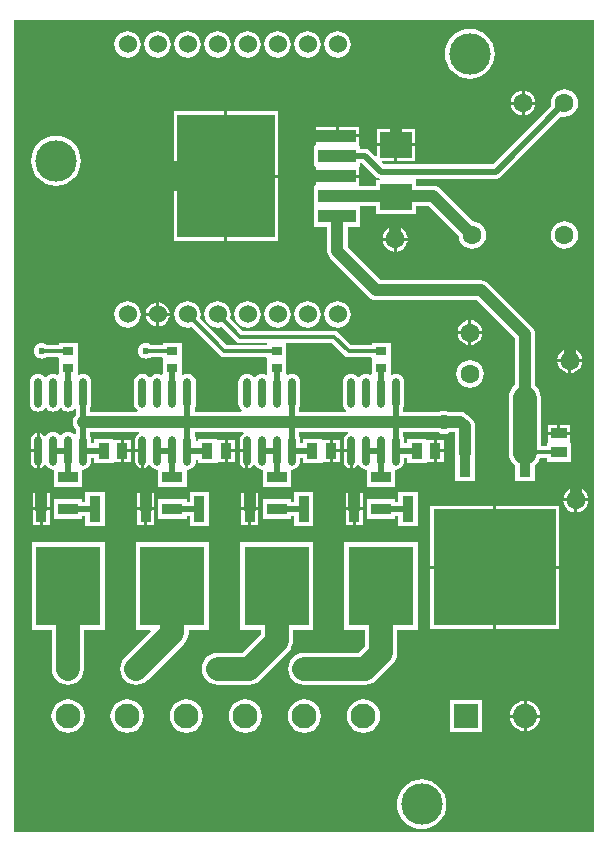
<source format=gtl>
G04*
G04 #@! TF.GenerationSoftware,Altium Limited,Altium Designer,18.0.9 (584)*
G04*
G04 Layer_Physical_Order=1*
G04 Layer_Color=255*
%FSLAX25Y25*%
%MOIN*%
G70*
G01*
G75*
%ADD10C,0.01968*%
%ADD15C,0.07874*%
%ADD36R,0.10799X0.08500*%
%ADD37R,0.12598X0.04134*%
%ADD38R,0.32677X0.41142*%
%ADD39R,0.05315X0.03740*%
%ADD40O,0.02756X0.09843*%
%ADD41R,0.40945X0.38976*%
%ADD42R,0.03740X0.16339*%
%ADD43R,0.03543X0.02756*%
%ADD44R,0.06693X0.03740*%
%ADD45R,0.03740X0.05315*%
%ADD46R,0.03740X0.08661*%
%ADD47R,0.21654X0.26378*%
%ADD48C,0.01181*%
%ADD49C,0.03937*%
%ADD50C,0.09843*%
%ADD51C,0.06299*%
%ADD52R,0.08071X0.08071*%
%ADD53C,0.08071*%
%ADD54C,0.13780*%
%ADD55C,0.06000*%
%ADD56C,0.08268*%
%ADD57C,0.05000*%
%ADD58C,0.05906*%
%ADD59C,0.02362*%
G36*
X195729Y2598D02*
X2598D01*
X2598Y273091D01*
X195729D01*
X195729Y2598D01*
D02*
G37*
%LPC*%
G36*
X110335Y269475D02*
X109192Y269324D01*
X108127Y268883D01*
X107212Y268181D01*
X106510Y267267D01*
X106069Y266202D01*
X105919Y265059D01*
X106069Y263916D01*
X106510Y262851D01*
X107212Y261937D01*
X108127Y261235D01*
X109192Y260794D01*
X110335Y260643D01*
X111477Y260794D01*
X112542Y261235D01*
X113457Y261937D01*
X114159Y262851D01*
X114600Y263916D01*
X114750Y265059D01*
X114600Y266202D01*
X114159Y267267D01*
X113457Y268181D01*
X112542Y268883D01*
X111477Y269324D01*
X110335Y269475D01*
D02*
G37*
G36*
X100335D02*
X99192Y269324D01*
X98127Y268883D01*
X97212Y268181D01*
X96510Y267267D01*
X96069Y266202D01*
X95919Y265059D01*
X96069Y263916D01*
X96510Y262851D01*
X97212Y261937D01*
X98127Y261235D01*
X99192Y260794D01*
X100335Y260643D01*
X101478Y260794D01*
X102542Y261235D01*
X103457Y261937D01*
X104159Y262851D01*
X104600Y263916D01*
X104750Y265059D01*
X104600Y266202D01*
X104159Y267267D01*
X103457Y268181D01*
X102542Y268883D01*
X101478Y269324D01*
X100335Y269475D01*
D02*
G37*
G36*
X90335D02*
X89192Y269324D01*
X88127Y268883D01*
X87212Y268181D01*
X86510Y267267D01*
X86069Y266202D01*
X85919Y265059D01*
X86069Y263916D01*
X86510Y262851D01*
X87212Y261937D01*
X88127Y261235D01*
X89192Y260794D01*
X90335Y260643D01*
X91478Y260794D01*
X92542Y261235D01*
X93457Y261937D01*
X94159Y262851D01*
X94600Y263916D01*
X94750Y265059D01*
X94600Y266202D01*
X94159Y267267D01*
X93457Y268181D01*
X92542Y268883D01*
X91478Y269324D01*
X90335Y269475D01*
D02*
G37*
G36*
X80335D02*
X79192Y269324D01*
X78127Y268883D01*
X77212Y268181D01*
X76511Y267267D01*
X76069Y266202D01*
X75919Y265059D01*
X76069Y263916D01*
X76511Y262851D01*
X77212Y261937D01*
X78127Y261235D01*
X79192Y260794D01*
X80335Y260643D01*
X81477Y260794D01*
X82543Y261235D01*
X83457Y261937D01*
X84159Y262851D01*
X84600Y263916D01*
X84750Y265059D01*
X84600Y266202D01*
X84159Y267267D01*
X83457Y268181D01*
X82543Y268883D01*
X81477Y269324D01*
X80335Y269475D01*
D02*
G37*
G36*
X70335D02*
X69192Y269324D01*
X68127Y268883D01*
X67212Y268181D01*
X66510Y267267D01*
X66069Y266202D01*
X65919Y265059D01*
X66069Y263916D01*
X66510Y262851D01*
X67212Y261937D01*
X68127Y261235D01*
X69192Y260794D01*
X70335Y260643D01*
X71478Y260794D01*
X72543Y261235D01*
X73457Y261937D01*
X74159Y262851D01*
X74600Y263916D01*
X74750Y265059D01*
X74600Y266202D01*
X74159Y267267D01*
X73457Y268181D01*
X72543Y268883D01*
X71478Y269324D01*
X70335Y269475D01*
D02*
G37*
G36*
X60335D02*
X59192Y269324D01*
X58127Y268883D01*
X57212Y268181D01*
X56511Y267267D01*
X56069Y266202D01*
X55919Y265059D01*
X56069Y263916D01*
X56511Y262851D01*
X57212Y261937D01*
X58127Y261235D01*
X59192Y260794D01*
X60335Y260643D01*
X61478Y260794D01*
X62542Y261235D01*
X63457Y261937D01*
X64159Y262851D01*
X64600Y263916D01*
X64750Y265059D01*
X64600Y266202D01*
X64159Y267267D01*
X63457Y268181D01*
X62542Y268883D01*
X61478Y269324D01*
X60335Y269475D01*
D02*
G37*
G36*
X50335D02*
X49192Y269324D01*
X48127Y268883D01*
X47212Y268181D01*
X46510Y267267D01*
X46069Y266202D01*
X45919Y265059D01*
X46069Y263916D01*
X46510Y262851D01*
X47212Y261937D01*
X48127Y261235D01*
X49192Y260794D01*
X50335Y260643D01*
X51477Y260794D01*
X52543Y261235D01*
X53457Y261937D01*
X54159Y262851D01*
X54600Y263916D01*
X54750Y265059D01*
X54600Y266202D01*
X54159Y267267D01*
X53457Y268181D01*
X52543Y268883D01*
X51477Y269324D01*
X50335Y269475D01*
D02*
G37*
G36*
X40335D02*
X39192Y269324D01*
X38127Y268883D01*
X37212Y268181D01*
X36511Y267267D01*
X36069Y266202D01*
X35919Y265059D01*
X36069Y263916D01*
X36511Y262851D01*
X37212Y261937D01*
X38127Y261235D01*
X39192Y260794D01*
X40335Y260643D01*
X41478Y260794D01*
X42542Y261235D01*
X43457Y261937D01*
X44159Y262851D01*
X44600Y263916D01*
X44750Y265059D01*
X44600Y266202D01*
X44159Y267267D01*
X43457Y268181D01*
X42542Y268883D01*
X41478Y269324D01*
X40335Y269475D01*
D02*
G37*
G36*
X154331Y270217D02*
X152710Y270058D01*
X151152Y269585D01*
X149715Y268817D01*
X148456Y267784D01*
X147423Y266525D01*
X146655Y265089D01*
X146183Y263530D01*
X146023Y261910D01*
X146183Y260289D01*
X146655Y258730D01*
X147423Y257294D01*
X148456Y256035D01*
X149715Y255002D01*
X151152Y254234D01*
X152710Y253761D01*
X154331Y253602D01*
X155951Y253761D01*
X157510Y254234D01*
X158946Y255002D01*
X160205Y256035D01*
X161238Y257294D01*
X162006Y258730D01*
X162479Y260289D01*
X162638Y261910D01*
X162479Y263530D01*
X162006Y265089D01*
X161238Y266525D01*
X160205Y267784D01*
X158946Y268817D01*
X157510Y269585D01*
X155951Y270058D01*
X154331Y270217D01*
D02*
G37*
G36*
X172646Y249592D02*
Y245972D01*
X176265D01*
X176189Y246556D01*
X175770Y247565D01*
X175105Y248432D01*
X174238Y249097D01*
X173229Y249515D01*
X172646Y249592D01*
D02*
G37*
G36*
X171646Y249592D02*
X171062Y249515D01*
X170053Y249097D01*
X169186Y248432D01*
X168521Y247565D01*
X168103Y246556D01*
X168026Y245972D01*
X171646D01*
Y249592D01*
D02*
G37*
G36*
Y244972D02*
X168026D01*
X168103Y244389D01*
X168521Y243380D01*
X169186Y242513D01*
X170053Y241848D01*
X171062Y241430D01*
X171646Y241353D01*
Y244972D01*
D02*
G37*
G36*
X176265D02*
X172646D01*
Y241353D01*
X173229Y241430D01*
X174238Y241848D01*
X175105Y242513D01*
X175770Y243380D01*
X176189Y244389D01*
X176265Y244972D01*
D02*
G37*
G36*
X185925Y250039D02*
X184743Y249884D01*
X183642Y249427D01*
X182696Y248702D01*
X181970Y247756D01*
X181514Y246654D01*
X181359Y245472D01*
X181494Y244447D01*
X162093Y225046D01*
X125604D01*
X124827Y225823D01*
X125018Y226285D01*
X129224D01*
Y231035D01*
X123325D01*
Y227979D01*
X122863Y227787D01*
X121093Y229557D01*
X120311Y230080D01*
X119390Y230263D01*
X118267D01*
X117913Y230616D01*
X117913Y231299D01*
X117535Y231594D01*
X117535Y231799D01*
Y234047D01*
X110236D01*
X102937D01*
X102937Y231594D01*
X102559Y231299D01*
X102559Y231186D01*
X102559Y224410D01*
X102937Y224115D01*
X102937Y223909D01*
Y221661D01*
X110236D01*
X117535D01*
X117535Y224115D01*
X117913Y224410D01*
X117913Y224523D01*
Y225395D01*
X118413Y225425D01*
X122903Y220935D01*
X123685Y220413D01*
X124443Y220262D01*
X124394Y219762D01*
X122947D01*
Y217844D01*
X118409D01*
X117913Y217913D01*
X117535Y218208D01*
X117535Y218413D01*
Y220661D01*
X110236D01*
X102937D01*
X102937Y218208D01*
X102559Y217913D01*
X102559Y217800D01*
Y211024D01*
Y204331D01*
X106861D01*
Y196063D01*
X106976Y195189D01*
X107313Y194375D01*
X107850Y193676D01*
X120842Y180684D01*
X121541Y180148D01*
X122355Y179811D01*
X123228Y179695D01*
X156673D01*
X169322Y167047D01*
Y151354D01*
X168906Y151035D01*
X168054Y149925D01*
X167519Y148632D01*
X167336Y147244D01*
Y128937D01*
X167519Y127550D01*
X168054Y126257D01*
X168906Y125146D01*
X169449Y124730D01*
Y119390D01*
X175945D01*
Y124730D01*
X176488Y125146D01*
X177339Y126257D01*
X177659Y127028D01*
X180020D01*
Y125787D01*
X188091D01*
X188091Y132283D01*
X187713Y132578D01*
X187713Y132783D01*
Y134835D01*
X180398D01*
X180398Y132578D01*
X180020Y132283D01*
X180020Y132170D01*
Y131043D01*
X178058D01*
Y147244D01*
X177875Y148632D01*
X177339Y149925D01*
X176488Y151035D01*
X176072Y151354D01*
Y168445D01*
X175957Y169318D01*
X175620Y170133D01*
X175084Y170832D01*
X160458Y185458D01*
X159758Y185994D01*
X158944Y186331D01*
X158071Y186446D01*
X124626D01*
X113612Y197461D01*
Y204331D01*
X117913D01*
Y211093D01*
X122947D01*
Y208506D01*
X136502D01*
Y211093D01*
X140826D01*
X150681Y201238D01*
X150805Y200294D01*
X151262Y199193D01*
X151987Y198247D01*
X152933Y197522D01*
X154035Y197065D01*
X155217Y196910D01*
X156398Y197065D01*
X157500Y197522D01*
X158446Y198247D01*
X159171Y199193D01*
X159628Y200294D01*
X159783Y201476D01*
X159628Y202658D01*
X159171Y203760D01*
X158446Y204706D01*
X157500Y205431D01*
X156398Y205887D01*
X155455Y206012D01*
X144611Y216855D01*
X143912Y217392D01*
X143098Y217729D01*
X142224Y217844D01*
X136502D01*
Y219729D01*
X136502Y219762D01*
X136580Y220229D01*
X163091D01*
X164012Y220413D01*
X164794Y220935D01*
X184900Y241041D01*
X185925Y240906D01*
X187107Y241061D01*
X188208Y241518D01*
X189154Y242243D01*
X189880Y243189D01*
X190336Y244290D01*
X190492Y245472D01*
X190336Y246654D01*
X189880Y247756D01*
X189154Y248702D01*
X188208Y249427D01*
X187107Y249884D01*
X185925Y250039D01*
D02*
G37*
G36*
X117535Y237614D02*
X110736D01*
Y235047D01*
X117535D01*
Y237614D01*
D02*
G37*
G36*
X109736D02*
X102937D01*
Y235047D01*
X109736D01*
Y237614D01*
D02*
G37*
G36*
X136124Y236785D02*
X130224D01*
Y232035D01*
X136124D01*
Y236785D01*
D02*
G37*
G36*
X129224D02*
X123325D01*
Y232035D01*
X129224D01*
Y236785D01*
D02*
G37*
G36*
X136124Y231035D02*
X130224D01*
Y226285D01*
X136124D01*
Y231035D01*
D02*
G37*
G36*
X90370Y242732D02*
X73532D01*
Y221661D01*
X90370D01*
Y242732D01*
D02*
G37*
G36*
X72531D02*
X55693D01*
Y221661D01*
X72531D01*
Y242732D01*
D02*
G37*
G36*
X16437Y234587D02*
X14816Y234428D01*
X13258Y233955D01*
X11822Y233187D01*
X10563Y232154D01*
X9529Y230895D01*
X8762Y229459D01*
X8289Y227900D01*
X8129Y226279D01*
X8289Y224659D01*
X8762Y223100D01*
X9529Y221664D01*
X10563Y220405D01*
X11822Y219372D01*
X13258Y218604D01*
X14816Y218131D01*
X16437Y217972D01*
X18058Y218131D01*
X19616Y218604D01*
X21053Y219372D01*
X22311Y220405D01*
X23345Y221664D01*
X24112Y223100D01*
X24585Y224659D01*
X24745Y226279D01*
X24585Y227900D01*
X24112Y229459D01*
X23345Y230895D01*
X22311Y232154D01*
X21053Y233187D01*
X19616Y233955D01*
X18058Y234428D01*
X16437Y234587D01*
D02*
G37*
G36*
X130028Y204218D02*
Y200598D01*
X133647D01*
X133570Y201182D01*
X133152Y202191D01*
X132487Y203058D01*
X131620Y203723D01*
X130611Y204141D01*
X130028Y204218D01*
D02*
G37*
G36*
X129028D02*
X128444Y204141D01*
X127435Y203723D01*
X126568Y203058D01*
X125903Y202191D01*
X125485Y201182D01*
X125408Y200598D01*
X129028D01*
Y204218D01*
D02*
G37*
G36*
X90370Y220661D02*
X73532D01*
Y199591D01*
X90370D01*
Y220661D01*
D02*
G37*
G36*
X72531D02*
X55693D01*
Y199591D01*
X72531D01*
Y220661D01*
D02*
G37*
G36*
X185925Y206043D02*
X184743Y205887D01*
X183642Y205431D01*
X182696Y204706D01*
X181970Y203760D01*
X181514Y202658D01*
X181359Y201476D01*
X181514Y200294D01*
X181970Y199193D01*
X182696Y198247D01*
X183642Y197522D01*
X184743Y197065D01*
X185925Y196910D01*
X187107Y197065D01*
X188208Y197522D01*
X189154Y198247D01*
X189880Y199193D01*
X190336Y200294D01*
X190492Y201476D01*
X190336Y202658D01*
X189880Y203760D01*
X189154Y204706D01*
X188208Y205431D01*
X187107Y205887D01*
X185925Y206043D01*
D02*
G37*
G36*
X133647Y199598D02*
X130028D01*
Y195979D01*
X130611Y196056D01*
X131620Y196474D01*
X132487Y197139D01*
X133152Y198006D01*
X133570Y199015D01*
X133647Y199598D01*
D02*
G37*
G36*
X129028D02*
X125408D01*
X125485Y199015D01*
X125903Y198006D01*
X126568Y197139D01*
X127435Y196474D01*
X128444Y196056D01*
X129028Y195979D01*
Y199598D01*
D02*
G37*
G36*
X50835Y179028D02*
Y175559D01*
X54303D01*
X54232Y176103D01*
X53829Y177076D01*
X53188Y177912D01*
X52352Y178553D01*
X51379Y178956D01*
X50835Y179028D01*
D02*
G37*
G36*
X49835Y179028D02*
X49290Y178956D01*
X48317Y178553D01*
X47482Y177912D01*
X46841Y177076D01*
X46438Y176103D01*
X46366Y175559D01*
X49835D01*
Y179028D01*
D02*
G37*
G36*
X54303Y174559D02*
X50835D01*
Y171090D01*
X51379Y171162D01*
X52352Y171565D01*
X53188Y172206D01*
X53829Y173042D01*
X54232Y174015D01*
X54303Y174559D01*
D02*
G37*
G36*
X49835D02*
X46366D01*
X46438Y174015D01*
X46841Y173042D01*
X47482Y172206D01*
X48317Y171565D01*
X49290Y171162D01*
X49835Y171090D01*
Y174559D01*
D02*
G37*
G36*
X110335Y179475D02*
X109192Y179324D01*
X108127Y178883D01*
X107212Y178181D01*
X106510Y177267D01*
X106069Y176202D01*
X105919Y175059D01*
X106069Y173916D01*
X106510Y172851D01*
X107212Y171937D01*
X108127Y171235D01*
X109192Y170794D01*
X110335Y170643D01*
X111477Y170794D01*
X112542Y171235D01*
X113457Y171937D01*
X114159Y172851D01*
X114600Y173916D01*
X114750Y175059D01*
X114600Y176202D01*
X114159Y177267D01*
X113457Y178181D01*
X112542Y178883D01*
X111477Y179324D01*
X110335Y179475D01*
D02*
G37*
G36*
X100335D02*
X99192Y179324D01*
X98127Y178883D01*
X97212Y178181D01*
X96510Y177267D01*
X96069Y176202D01*
X95919Y175059D01*
X96069Y173916D01*
X96510Y172851D01*
X97212Y171937D01*
X98127Y171235D01*
X99192Y170794D01*
X100335Y170643D01*
X101478Y170794D01*
X102542Y171235D01*
X103457Y171937D01*
X104159Y172851D01*
X104600Y173916D01*
X104750Y175059D01*
X104600Y176202D01*
X104159Y177267D01*
X103457Y178181D01*
X102542Y178883D01*
X101478Y179324D01*
X100335Y179475D01*
D02*
G37*
G36*
X90335D02*
X89192Y179324D01*
X88127Y178883D01*
X87212Y178181D01*
X86510Y177267D01*
X86069Y176202D01*
X85919Y175059D01*
X86069Y173916D01*
X86510Y172851D01*
X87212Y171937D01*
X88127Y171235D01*
X89192Y170794D01*
X90335Y170643D01*
X91478Y170794D01*
X92542Y171235D01*
X93457Y171937D01*
X94159Y172851D01*
X94600Y173916D01*
X94750Y175059D01*
X94600Y176202D01*
X94159Y177267D01*
X93457Y178181D01*
X92542Y178883D01*
X91478Y179324D01*
X90335Y179475D01*
D02*
G37*
G36*
X80335D02*
X79192Y179324D01*
X78127Y178883D01*
X77212Y178181D01*
X76511Y177267D01*
X76069Y176202D01*
X75919Y175059D01*
X76069Y173916D01*
X76511Y172851D01*
X77212Y171937D01*
X78127Y171235D01*
X79192Y170794D01*
X80335Y170643D01*
X81477Y170794D01*
X82543Y171235D01*
X83457Y171937D01*
X84159Y172851D01*
X84600Y173916D01*
X84750Y175059D01*
X84600Y176202D01*
X84159Y177267D01*
X83457Y178181D01*
X82543Y178883D01*
X81477Y179324D01*
X80335Y179475D01*
D02*
G37*
G36*
X40335D02*
X39192Y179324D01*
X38127Y178883D01*
X37212Y178181D01*
X36511Y177267D01*
X36069Y176202D01*
X35919Y175059D01*
X36069Y173916D01*
X36511Y172851D01*
X37212Y171937D01*
X38127Y171235D01*
X39192Y170794D01*
X40335Y170643D01*
X41478Y170794D01*
X42542Y171235D01*
X43457Y171937D01*
X44159Y172851D01*
X44600Y173916D01*
X44750Y175059D01*
X44600Y176202D01*
X44159Y177267D01*
X43457Y178181D01*
X42542Y178883D01*
X41478Y179324D01*
X40335Y179475D01*
D02*
G37*
G36*
X154929Y173116D02*
Y169496D01*
X158549D01*
X158472Y170079D01*
X158054Y171089D01*
X157389Y171956D01*
X156522Y172621D01*
X155512Y173039D01*
X154929Y173116D01*
D02*
G37*
G36*
X153929D02*
X153346Y173039D01*
X152336Y172621D01*
X151470Y171956D01*
X150804Y171089D01*
X150386Y170079D01*
X150310Y169496D01*
X153929D01*
Y173116D01*
D02*
G37*
G36*
X158549Y168496D02*
X154929D01*
Y164876D01*
X155512Y164953D01*
X156522Y165371D01*
X157389Y166036D01*
X158054Y166903D01*
X158472Y167913D01*
X158549Y168496D01*
D02*
G37*
G36*
X153929D02*
X150310D01*
X150386Y167913D01*
X150804Y166903D01*
X151470Y166036D01*
X152336Y165371D01*
X153346Y164953D01*
X153929Y164876D01*
Y168496D01*
D02*
G37*
G36*
X70335Y179475D02*
X69192Y179324D01*
X68127Y178883D01*
X67212Y178181D01*
X66510Y177267D01*
X66069Y176202D01*
X65919Y175059D01*
X66069Y173916D01*
X66510Y172851D01*
X67212Y171937D01*
X68127Y171235D01*
X69192Y170794D01*
X70335Y170643D01*
X71478Y170794D01*
X71678Y170877D01*
X76455Y166101D01*
X77106Y165665D01*
X77874Y165513D01*
X86877D01*
Y164846D01*
X73386D01*
X64517Y173715D01*
X64600Y173916D01*
X64750Y175059D01*
X64600Y176202D01*
X64159Y177267D01*
X63457Y178181D01*
X62542Y178883D01*
X61478Y179324D01*
X60335Y179475D01*
X59192Y179324D01*
X58127Y178883D01*
X57212Y178181D01*
X56511Y177267D01*
X56069Y176202D01*
X55919Y175059D01*
X56069Y173916D01*
X56511Y172851D01*
X57212Y171937D01*
X58127Y171235D01*
X59192Y170794D01*
X60335Y170643D01*
X61478Y170794D01*
X61678Y170877D01*
X71135Y161420D01*
X71786Y160985D01*
X72554Y160832D01*
X86523D01*
X86877Y160479D01*
X86877Y160083D01*
X86877Y159583D01*
Y155084D01*
X86740Y155017D01*
X86377Y154888D01*
X85746Y155149D01*
X85026Y155244D01*
X84307Y155149D01*
X83636Y154872D01*
X83061Y154430D01*
X82836Y154137D01*
X82217D01*
X81992Y154430D01*
X81416Y154872D01*
X80746Y155149D01*
X80026Y155244D01*
X79307Y155149D01*
X78636Y154872D01*
X78061Y154430D01*
X77619Y153854D01*
X77341Y153184D01*
X77247Y152465D01*
Y145378D01*
X77341Y144659D01*
X77619Y143988D01*
X78061Y143412D01*
X78407Y143147D01*
X78237Y142647D01*
X62658D01*
Y143991D01*
X62934Y144659D01*
X63029Y145378D01*
Y152465D01*
X62934Y153184D01*
X62657Y153854D01*
X62215Y154430D01*
X61639Y154872D01*
X60969Y155149D01*
X60249Y155244D01*
X59530Y155149D01*
X58899Y154888D01*
X58535Y155017D01*
X58399Y155084D01*
Y159583D01*
X58399Y159995D01*
X58399Y160495D01*
Y165595D01*
X52100D01*
Y164901D01*
X47946D01*
X47649Y165129D01*
X47026Y165387D01*
X46358Y165475D01*
X45690Y165387D01*
X45068Y165129D01*
X44533Y164719D01*
X44123Y164184D01*
X43865Y163562D01*
X43777Y162894D01*
X43865Y162226D01*
X44123Y161603D01*
X44533Y161069D01*
X45068Y160658D01*
X45690Y160400D01*
X46358Y160313D01*
X47026Y160400D01*
X47649Y160658D01*
X47946Y160887D01*
X51746D01*
X52100Y160533D01*
X52100Y160083D01*
X52100Y159583D01*
Y155084D01*
X51964Y155017D01*
X51600Y154888D01*
X50969Y155149D01*
X50249Y155244D01*
X49530Y155149D01*
X48860Y154872D01*
X48284Y154430D01*
X48059Y154137D01*
X47440D01*
X47215Y154430D01*
X46639Y154872D01*
X45969Y155149D01*
X45249Y155244D01*
X44530Y155149D01*
X43859Y154872D01*
X43284Y154430D01*
X42842Y153854D01*
X42564Y153184D01*
X42470Y152465D01*
Y145378D01*
X42564Y144659D01*
X42842Y143988D01*
X43284Y143412D01*
X43630Y143147D01*
X43460Y142647D01*
X27881D01*
Y143991D01*
X28157Y144659D01*
X28252Y145378D01*
Y152465D01*
X28157Y153184D01*
X27880Y153854D01*
X27438Y154430D01*
X26862Y154872D01*
X26192Y155149D01*
X25472Y155244D01*
X24753Y155149D01*
X24122Y154888D01*
X23758Y155017D01*
X23622Y155084D01*
Y159583D01*
X23622Y159995D01*
X23622Y160495D01*
Y165595D01*
X17323D01*
Y164846D01*
X13273D01*
X12905Y165129D01*
X12282Y165387D01*
X11614Y165475D01*
X10946Y165387D01*
X10324Y165129D01*
X9789Y164719D01*
X9379Y164184D01*
X9121Y163562D01*
X9033Y162894D01*
X9121Y162226D01*
X9379Y161603D01*
X9789Y161069D01*
X10324Y160658D01*
X10946Y160400D01*
X11614Y160313D01*
X12282Y160400D01*
X12905Y160658D01*
X13131Y160832D01*
X16969D01*
X17323Y160479D01*
X17323Y160083D01*
X17323Y159583D01*
Y155084D01*
X17187Y155017D01*
X16823Y154888D01*
X16192Y155149D01*
X15472Y155244D01*
X14753Y155149D01*
X14083Y154872D01*
X13507Y154430D01*
X13282Y154137D01*
X12663D01*
X12438Y154430D01*
X11862Y154872D01*
X11192Y155149D01*
X10472Y155244D01*
X9753Y155149D01*
X9083Y154872D01*
X8507Y154430D01*
X8065Y153854D01*
X7788Y153184D01*
X7693Y152465D01*
Y145378D01*
X7788Y144659D01*
X8065Y143988D01*
X8507Y143412D01*
X9083Y142971D01*
X9753Y142693D01*
X10472Y142598D01*
X11192Y142693D01*
X11862Y142971D01*
X12438Y143412D01*
X12663Y143705D01*
X13282D01*
X13507Y143412D01*
X14083Y142971D01*
X14753Y142693D01*
X15472Y142598D01*
X16192Y142693D01*
X16862Y142971D01*
X17438Y143412D01*
X17663Y143705D01*
X18282D01*
X18507Y143412D01*
X19083Y142971D01*
X19753Y142693D01*
X20472Y142598D01*
X21192Y142693D01*
X21862Y142971D01*
X22438Y143412D01*
X22564Y143577D01*
X23064Y143407D01*
Y141630D01*
X22549Y140959D01*
X22212Y140145D01*
X22097Y139272D01*
X22212Y138398D01*
X22549Y137584D01*
X23064Y136913D01*
Y135144D01*
X22564Y134975D01*
X22438Y135139D01*
X21862Y135581D01*
X21192Y135858D01*
X20472Y135953D01*
X19753Y135858D01*
X19083Y135581D01*
X18507Y135139D01*
X18282Y134846D01*
X17663D01*
X17438Y135139D01*
X16862Y135581D01*
X16192Y135858D01*
X15472Y135953D01*
X14753Y135858D01*
X14083Y135581D01*
X13507Y135139D01*
X13065Y134563D01*
X13042Y134508D01*
X12478Y134452D01*
X12187Y134888D01*
X11400Y135413D01*
X10972Y135498D01*
Y129630D01*
Y123761D01*
X11400Y123847D01*
X12187Y124372D01*
X12478Y124808D01*
X13042Y124752D01*
X13065Y124697D01*
X13507Y124121D01*
X14083Y123679D01*
X14753Y123402D01*
X15472Y123307D01*
X15748Y123065D01*
Y117618D01*
X25197D01*
Y123065D01*
X25473Y123307D01*
X26192Y123402D01*
X26862Y123679D01*
X27438Y124121D01*
X27880Y124697D01*
X28157Y125367D01*
X28252Y126087D01*
Y127221D01*
X29035D01*
Y125591D01*
X35531Y125591D01*
X35826Y125969D01*
X36031Y125969D01*
X38083D01*
Y129626D01*
Y133283D01*
X35826Y133283D01*
X35531Y133661D01*
X35418Y133661D01*
X29035D01*
Y132038D01*
X28252D01*
Y133173D01*
X28157Y133893D01*
X27881Y134560D01*
Y135896D01*
X44102D01*
X44303Y135433D01*
X44296Y135396D01*
X43535Y134888D01*
X43009Y134101D01*
X42825Y133173D01*
Y130130D01*
X45249D01*
Y129630D01*
X45749D01*
Y123761D01*
X46177Y123847D01*
X46964Y124372D01*
X47255Y124808D01*
X47819Y124752D01*
X47842Y124697D01*
X48284Y124121D01*
X48860Y123679D01*
X49530Y123402D01*
X50249Y123307D01*
X50525Y123065D01*
Y117618D01*
X59974D01*
Y123065D01*
X60249Y123307D01*
X60969Y123402D01*
X61639Y123679D01*
X62215Y124121D01*
X62657Y124697D01*
X62934Y125367D01*
X63029Y126087D01*
Y126540D01*
X63525Y126876D01*
X63681Y126811D01*
Y125591D01*
X70177Y125591D01*
X70472Y125969D01*
X70677Y125969D01*
X72728D01*
Y129626D01*
Y133283D01*
X70472Y133283D01*
X70177Y133661D01*
X70064Y133661D01*
X63681D01*
Y132716D01*
X63185Y132381D01*
X63029Y132445D01*
Y133173D01*
X62934Y133893D01*
X62658Y134560D01*
Y135896D01*
X78878D01*
X79080Y135433D01*
X79073Y135396D01*
X78312Y134888D01*
X77786Y134101D01*
X77602Y133173D01*
Y130130D01*
X80026D01*
Y129630D01*
X80526D01*
Y123761D01*
X80954Y123847D01*
X81741Y124372D01*
X82032Y124808D01*
X82596Y124752D01*
X82619Y124697D01*
X83061Y124121D01*
X83636Y123679D01*
X84307Y123402D01*
X85026Y123307D01*
X85302Y123065D01*
Y117618D01*
X94751D01*
Y123065D01*
X95026Y123307D01*
X95746Y123402D01*
X96416Y123679D01*
X96992Y124121D01*
X97434Y124697D01*
X97711Y125367D01*
X97806Y126087D01*
Y127221D01*
X98622D01*
Y125591D01*
X105118Y125591D01*
X105413Y125969D01*
X105618Y125969D01*
X107669D01*
Y129626D01*
Y133283D01*
X105413Y133283D01*
X105118Y133661D01*
X105005Y133661D01*
X98622D01*
Y132038D01*
X97806D01*
Y133173D01*
X97711Y133893D01*
X97435Y134560D01*
Y135896D01*
X113655D01*
X113856Y135433D01*
X113850Y135396D01*
X113089Y134888D01*
X112563Y134101D01*
X112379Y133173D01*
Y130130D01*
X114803D01*
Y129630D01*
X115303D01*
Y123761D01*
X115731Y123847D01*
X116518Y124372D01*
X116809Y124808D01*
X117373Y124752D01*
X117396Y124697D01*
X117838Y124121D01*
X118413Y123679D01*
X119084Y123402D01*
X119803Y123307D01*
X120079Y123065D01*
Y117618D01*
X129527D01*
Y123065D01*
X129803Y123307D01*
X130523Y123402D01*
X131193Y123679D01*
X131769Y124121D01*
X132210Y124697D01*
X132488Y125367D01*
X132583Y126087D01*
Y127217D01*
X133366D01*
Y125591D01*
X139862Y125591D01*
X140157Y125969D01*
X140362Y125969D01*
X142413D01*
Y129626D01*
Y133283D01*
X140157Y133283D01*
X139862Y133661D01*
X139749Y133661D01*
X133366D01*
Y132035D01*
X132583D01*
Y133173D01*
X132488Y133893D01*
X132212Y134560D01*
Y135896D01*
X143441D01*
X143714Y135687D01*
X144657Y135297D01*
X145669Y135163D01*
X146682Y135297D01*
X147625Y135687D01*
X147897Y135896D01*
X149321D01*
Y128937D01*
X149436Y128063D01*
X149449Y128034D01*
Y119390D01*
X155945D01*
Y128034D01*
X155957Y128063D01*
X156072Y128937D01*
Y137756D01*
X155957Y138629D01*
X155620Y139444D01*
X155084Y140143D01*
X153568Y141658D01*
X152869Y142195D01*
X152055Y142532D01*
X151181Y142647D01*
X147179D01*
X146682Y142853D01*
X145669Y142986D01*
X144657Y142853D01*
X144160Y142647D01*
X132212D01*
Y143991D01*
X132488Y144659D01*
X132583Y145378D01*
Y152465D01*
X132488Y153184D01*
X132210Y153854D01*
X131769Y154430D01*
X131193Y154872D01*
X130523Y155149D01*
X129803Y155244D01*
X129084Y155149D01*
X128453Y154888D01*
X128089Y155017D01*
X127953Y155084D01*
Y159583D01*
X127953Y159995D01*
X127953Y160495D01*
Y165595D01*
X121653D01*
Y164802D01*
X114808D01*
X110671Y168939D01*
X110020Y169374D01*
X109252Y169527D01*
X78705D01*
X74517Y173715D01*
X74600Y173916D01*
X74750Y175059D01*
X74600Y176202D01*
X74159Y177267D01*
X73457Y178181D01*
X72543Y178883D01*
X71478Y179324D01*
X70335Y179475D01*
D02*
G37*
G36*
X188197Y163765D02*
Y160146D01*
X191816D01*
X191740Y160729D01*
X191322Y161738D01*
X190656Y162605D01*
X189790Y163270D01*
X188780Y163689D01*
X188197Y163765D01*
D02*
G37*
G36*
X187197D02*
X186614Y163689D01*
X185604Y163270D01*
X184737Y162605D01*
X184072Y161738D01*
X183654Y160729D01*
X183577Y160146D01*
X187197D01*
Y163765D01*
D02*
G37*
G36*
X191816Y159146D02*
X188197D01*
Y155526D01*
X188780Y155603D01*
X189790Y156021D01*
X190656Y156686D01*
X191322Y157553D01*
X191740Y158562D01*
X191816Y159146D01*
D02*
G37*
G36*
X187197D02*
X183577D01*
X183654Y158562D01*
X184072Y157553D01*
X184737Y156686D01*
X185604Y156021D01*
X186614Y155603D01*
X187197Y155526D01*
Y159146D01*
D02*
G37*
G36*
X154429Y159783D02*
X153247Y159628D01*
X152146Y159171D01*
X151200Y158446D01*
X150474Y157500D01*
X150018Y156398D01*
X149863Y155217D01*
X150018Y154035D01*
X150474Y152933D01*
X151200Y151987D01*
X152146Y151262D01*
X153247Y150805D01*
X154429Y150650D01*
X155611Y150805D01*
X156712Y151262D01*
X157658Y151987D01*
X158384Y152933D01*
X158840Y154035D01*
X158996Y155217D01*
X158840Y156398D01*
X158384Y157500D01*
X157658Y158446D01*
X156712Y159171D01*
X155611Y159628D01*
X154429Y159783D01*
D02*
G37*
G36*
X187713Y138205D02*
X184555D01*
Y135835D01*
X187713D01*
Y138205D01*
D02*
G37*
G36*
X183555D02*
X180398D01*
Y135835D01*
X183555D01*
Y138205D01*
D02*
G37*
G36*
X9972Y135498D02*
X9545Y135413D01*
X8758Y134888D01*
X8232Y134101D01*
X8048Y133173D01*
Y130130D01*
X9972D01*
Y135498D01*
D02*
G37*
G36*
X73728Y133283D02*
Y130126D01*
X76098D01*
Y133283D01*
X73728D01*
D02*
G37*
G36*
X143413D02*
Y130126D01*
X145783D01*
Y133283D01*
X143413D01*
D02*
G37*
G36*
X39083D02*
Y130126D01*
X41453D01*
Y133283D01*
X39083D01*
D02*
G37*
G36*
X108669D02*
Y130126D01*
X111039D01*
Y133283D01*
X108669D01*
D02*
G37*
G36*
X145783Y129126D02*
X143413D01*
Y125969D01*
X145783D01*
Y129126D01*
D02*
G37*
G36*
X111039Y129126D02*
X108669D01*
Y125969D01*
X111039D01*
Y129126D01*
D02*
G37*
G36*
X76098Y129126D02*
X73728D01*
Y125969D01*
X76098D01*
Y129126D01*
D02*
G37*
G36*
X41453Y129126D02*
X39083D01*
Y125969D01*
X41453D01*
Y129126D01*
D02*
G37*
G36*
X114303Y129130D02*
X112379D01*
Y126087D01*
X112563Y125159D01*
X113089Y124372D01*
X113875Y123847D01*
X114303Y123761D01*
Y129130D01*
D02*
G37*
G36*
X79526D02*
X77602D01*
Y126087D01*
X77786Y125159D01*
X78312Y124372D01*
X79098Y123847D01*
X79526Y123761D01*
Y129130D01*
D02*
G37*
G36*
X44749D02*
X42825D01*
Y126087D01*
X43009Y125159D01*
X43535Y124372D01*
X44322Y123847D01*
X44749Y123761D01*
Y129130D01*
D02*
G37*
G36*
X9972D02*
X8048D01*
Y126087D01*
X8232Y125159D01*
X8758Y124372D01*
X9545Y123847D01*
X9972Y123761D01*
Y129130D01*
D02*
G37*
G36*
X190165Y117309D02*
Y113689D01*
X193785D01*
X193708Y114272D01*
X193290Y115282D01*
X192625Y116148D01*
X191758Y116814D01*
X190749Y117232D01*
X190165Y117309D01*
D02*
G37*
G36*
X189165D02*
X188582Y117232D01*
X187573Y116814D01*
X186706Y116148D01*
X186041Y115282D01*
X185623Y114272D01*
X185546Y113689D01*
X189165D01*
Y117309D01*
D02*
G37*
G36*
X137028Y115945D02*
X130532D01*
Y112645D01*
X129527D01*
Y113484D01*
X120079D01*
Y106988D01*
X129527D01*
Y107828D01*
X130532D01*
Y104527D01*
X137028D01*
Y115945D01*
D02*
G37*
G36*
X102251D02*
X95755D01*
Y112645D01*
X94751D01*
Y113484D01*
X85302D01*
Y106988D01*
X94751D01*
Y107828D01*
X95755D01*
Y104527D01*
X102251D01*
Y115945D01*
D02*
G37*
G36*
X67474D02*
X60978D01*
Y112645D01*
X59974D01*
Y113484D01*
X50525D01*
Y106988D01*
X59974D01*
Y107828D01*
X60978D01*
Y104527D01*
X67474D01*
Y115945D01*
D02*
G37*
G36*
X32697D02*
X26201D01*
Y112645D01*
X25197D01*
Y113484D01*
X15748D01*
Y106988D01*
X25197D01*
Y107828D01*
X26201D01*
Y104527D01*
X32697D01*
Y115945D01*
D02*
G37*
G36*
X118697Y115567D02*
X116327D01*
Y110736D01*
X118697D01*
Y115567D01*
D02*
G37*
G36*
X115327D02*
X112957D01*
Y110736D01*
X115327D01*
Y115567D01*
D02*
G37*
G36*
X83920D02*
X81550D01*
Y110736D01*
X83920D01*
Y115567D01*
D02*
G37*
G36*
X80550D02*
X78180D01*
Y110736D01*
X80550D01*
Y115567D01*
D02*
G37*
G36*
X49143D02*
X46773D01*
Y110736D01*
X49143D01*
Y115567D01*
D02*
G37*
G36*
X45773D02*
X43403D01*
Y110736D01*
X45773D01*
Y115567D01*
D02*
G37*
G36*
X14366D02*
X11996D01*
Y110736D01*
X14366D01*
Y115567D01*
D02*
G37*
G36*
X10996D02*
X8626D01*
Y110736D01*
X10996D01*
Y115567D01*
D02*
G37*
G36*
X193785Y112689D02*
X190165D01*
Y109069D01*
X190749Y109146D01*
X191758Y109564D01*
X192625Y110229D01*
X193290Y111096D01*
X193708Y112106D01*
X193785Y112689D01*
D02*
G37*
G36*
X189165D02*
X185546D01*
X185623Y112106D01*
X186041Y111096D01*
X186706Y110229D01*
X187573Y109564D01*
X188582Y109146D01*
X189165Y109069D01*
Y112689D01*
D02*
G37*
G36*
X118697Y109736D02*
X116327D01*
Y104905D01*
X118697D01*
Y109736D01*
D02*
G37*
G36*
X115327D02*
X112957D01*
Y104905D01*
X115327D01*
Y109736D01*
D02*
G37*
G36*
X83920D02*
X81550D01*
Y104905D01*
X83920D01*
Y109736D01*
D02*
G37*
G36*
X80550D02*
X78180D01*
Y104905D01*
X80550D01*
Y109736D01*
D02*
G37*
G36*
X49143D02*
X46773D01*
Y104905D01*
X49143D01*
Y109736D01*
D02*
G37*
G36*
X45773D02*
X43403D01*
Y104905D01*
X45773D01*
Y109736D01*
D02*
G37*
G36*
X14366D02*
X11996D01*
Y104905D01*
X14366D01*
Y109736D01*
D02*
G37*
G36*
X10996D02*
X8626D01*
Y104905D01*
X10996D01*
Y109736D01*
D02*
G37*
G36*
X184169Y111236D02*
X163197D01*
Y91248D01*
X184169D01*
Y111236D01*
D02*
G37*
G36*
X162197D02*
X141224D01*
Y91248D01*
X162197D01*
Y111236D01*
D02*
G37*
G36*
X184169Y90248D02*
X163197D01*
Y70260D01*
X184169D01*
Y90248D01*
D02*
G37*
G36*
X162197D02*
X141224D01*
Y70260D01*
X162197D01*
Y90248D01*
D02*
G37*
G36*
X137008Y99016D02*
X112598D01*
Y69882D01*
X119442D01*
Y64425D01*
X117268Y62251D01*
X99213D01*
X97825Y62068D01*
X96532Y61532D01*
X95422Y60680D01*
X94570Y59570D01*
X94034Y58277D01*
X93852Y56890D01*
X94034Y55502D01*
X94570Y54209D01*
X95422Y53099D01*
X96532Y52247D01*
X97825Y51712D01*
X99213Y51529D01*
X119488D01*
X120876Y51712D01*
X122169Y52247D01*
X123279Y53099D01*
X128594Y58414D01*
X129446Y59524D01*
X129981Y60817D01*
X130164Y62205D01*
Y69882D01*
X137008D01*
Y99016D01*
D02*
G37*
G36*
X102231D02*
X77821D01*
Y69882D01*
X84665D01*
Y68329D01*
X78587Y62251D01*
X70385D01*
X68997Y62068D01*
X67704Y61532D01*
X66594Y60680D01*
X65742Y59570D01*
X65207Y58277D01*
X65024Y56890D01*
X65207Y55502D01*
X65742Y54209D01*
X66594Y53099D01*
X67704Y52247D01*
X68997Y51712D01*
X70385Y51529D01*
X80807D01*
X82195Y51712D01*
X83487Y52247D01*
X84598Y53099D01*
X93817Y62318D01*
X94669Y63428D01*
X94891Y63964D01*
X95204Y64721D01*
X95301Y65458D01*
X95387Y66109D01*
Y69882D01*
X102231D01*
Y99016D01*
D02*
G37*
G36*
X67454D02*
X43045D01*
Y69882D01*
X47911D01*
X48103Y69420D01*
X39363Y60680D01*
X38511Y59570D01*
X37976Y58277D01*
X37793Y56890D01*
X37976Y55502D01*
X38511Y54209D01*
X39363Y53099D01*
X40473Y52247D01*
X41766Y51712D01*
X43154Y51529D01*
X44541Y51712D01*
X45834Y52247D01*
X46944Y53099D01*
X59040Y65195D01*
X59892Y66305D01*
X60427Y67598D01*
X60610Y68985D01*
Y69882D01*
X67454D01*
Y99016D01*
D02*
G37*
G36*
X32677D02*
X8268D01*
Y69882D01*
X15013D01*
Y56890D01*
X15196Y55502D01*
X15731Y54209D01*
X16583Y53099D01*
X17694Y52247D01*
X18986Y51712D01*
X20374Y51529D01*
X21761Y51712D01*
X23054Y52247D01*
X24165Y53099D01*
X25017Y54209D01*
X25552Y55502D01*
X25735Y56890D01*
Y69882D01*
X32677D01*
Y99016D01*
D02*
G37*
G36*
X173335Y46155D02*
Y41642D01*
X177848D01*
X177741Y42456D01*
X177233Y43681D01*
X176426Y44733D01*
X175374Y45540D01*
X174149Y46048D01*
X173335Y46155D01*
D02*
G37*
G36*
X172335D02*
X171520Y46048D01*
X170295Y45540D01*
X169243Y44733D01*
X168436Y43681D01*
X167929Y42456D01*
X167822Y41642D01*
X172335D01*
Y46155D01*
D02*
G37*
G36*
X177848Y40642D02*
X173335D01*
Y36129D01*
X174149Y36236D01*
X175374Y36743D01*
X176426Y37550D01*
X177233Y38602D01*
X177741Y39827D01*
X177848Y40642D01*
D02*
G37*
G36*
X172335D02*
X167822D01*
X167929Y39827D01*
X168436Y38602D01*
X169243Y37550D01*
X170295Y36743D01*
X171520Y36236D01*
X172335Y36129D01*
Y40642D01*
D02*
G37*
G36*
X158563Y46555D02*
X147736D01*
Y35728D01*
X158563D01*
Y46555D01*
D02*
G37*
G36*
X118898Y46701D02*
X117459Y46512D01*
X116118Y45956D01*
X114967Y45073D01*
X114083Y43921D01*
X113528Y42581D01*
X113338Y41142D01*
X113528Y39703D01*
X114083Y38362D01*
X114967Y37211D01*
X116118Y36327D01*
X117459Y35772D01*
X118898Y35582D01*
X120336Y35772D01*
X121677Y36327D01*
X122829Y37211D01*
X123712Y38362D01*
X124268Y39703D01*
X124457Y41142D01*
X124268Y42581D01*
X123712Y43921D01*
X122829Y45073D01*
X121677Y45956D01*
X120336Y46512D01*
X118898Y46701D01*
D02*
G37*
G36*
X99213D02*
X97774Y46512D01*
X96433Y45956D01*
X95281Y45073D01*
X94398Y43921D01*
X93843Y42581D01*
X93653Y41142D01*
X93843Y39703D01*
X94398Y38362D01*
X95281Y37211D01*
X96433Y36327D01*
X97774Y35772D01*
X99213Y35582D01*
X100652Y35772D01*
X101992Y36327D01*
X103144Y37211D01*
X104027Y38362D01*
X104583Y39703D01*
X104772Y41142D01*
X104583Y42581D01*
X104027Y43921D01*
X103144Y45073D01*
X101992Y45956D01*
X100652Y46512D01*
X99213Y46701D01*
D02*
G37*
G36*
X79528D02*
X78089Y46512D01*
X76748Y45956D01*
X75596Y45073D01*
X74713Y43921D01*
X74158Y42581D01*
X73968Y41142D01*
X74158Y39703D01*
X74713Y38362D01*
X75596Y37211D01*
X76748Y36327D01*
X78089Y35772D01*
X79528Y35582D01*
X80966Y35772D01*
X82307Y36327D01*
X83459Y37211D01*
X84342Y38362D01*
X84898Y39703D01*
X85087Y41142D01*
X84898Y42581D01*
X84342Y43921D01*
X83459Y45073D01*
X82307Y45956D01*
X80966Y46512D01*
X79528Y46701D01*
D02*
G37*
G36*
X59842D02*
X58404Y46512D01*
X57063Y45956D01*
X55911Y45073D01*
X55028Y43921D01*
X54473Y42581D01*
X54283Y41142D01*
X54473Y39703D01*
X55028Y38362D01*
X55911Y37211D01*
X57063Y36327D01*
X58404Y35772D01*
X59842Y35582D01*
X61281Y35772D01*
X62622Y36327D01*
X63774Y37211D01*
X64657Y38362D01*
X65213Y39703D01*
X65402Y41142D01*
X65213Y42581D01*
X64657Y43921D01*
X63774Y45073D01*
X62622Y45956D01*
X61281Y46512D01*
X59842Y46701D01*
D02*
G37*
G36*
X40157D02*
X38719Y46512D01*
X37378Y45956D01*
X36226Y45073D01*
X35343Y43921D01*
X34787Y42581D01*
X34598Y41142D01*
X34787Y39703D01*
X35343Y38362D01*
X36226Y37211D01*
X37378Y36327D01*
X38719Y35772D01*
X40157Y35582D01*
X41596Y35772D01*
X42937Y36327D01*
X44089Y37211D01*
X44972Y38362D01*
X45527Y39703D01*
X45717Y41142D01*
X45527Y42581D01*
X44972Y43921D01*
X44089Y45073D01*
X42937Y45956D01*
X41596Y46512D01*
X40157Y46701D01*
D02*
G37*
G36*
X20472D02*
X19034Y46512D01*
X17693Y45956D01*
X16541Y45073D01*
X15658Y43921D01*
X15102Y42581D01*
X14913Y41142D01*
X15102Y39703D01*
X15658Y38362D01*
X16541Y37211D01*
X17693Y36327D01*
X19034Y35772D01*
X20472Y35582D01*
X21911Y35772D01*
X23252Y36327D01*
X24404Y37211D01*
X25287Y38362D01*
X25842Y39703D01*
X26032Y41142D01*
X25842Y42581D01*
X25287Y43921D01*
X24404Y45073D01*
X23252Y45956D01*
X21911Y46512D01*
X20472Y46701D01*
D02*
G37*
G36*
X138287Y20020D02*
X136667Y19861D01*
X135108Y19388D01*
X133672Y18620D01*
X132413Y17587D01*
X131380Y16328D01*
X130612Y14892D01*
X130139Y13333D01*
X129980Y11713D01*
X130139Y10092D01*
X130612Y8533D01*
X131380Y7097D01*
X132413Y5838D01*
X133672Y4805D01*
X135108Y4037D01*
X136667Y3565D01*
X138287Y3405D01*
X139908Y3565D01*
X141467Y4037D01*
X142903Y4805D01*
X144162Y5838D01*
X145195Y7097D01*
X145963Y8533D01*
X146435Y10092D01*
X146595Y11713D01*
X146435Y13333D01*
X145963Y14892D01*
X145195Y16328D01*
X144162Y17587D01*
X142903Y18620D01*
X141467Y19388D01*
X139908Y19861D01*
X138287Y20020D01*
D02*
G37*
%LPD*%
G36*
X112557Y161376D02*
X113208Y160941D01*
X113976Y160788D01*
X121300D01*
X121653Y160435D01*
Y160083D01*
X121653Y159583D01*
Y155084D01*
X121517Y155017D01*
X121153Y154888D01*
X120523Y155149D01*
X119803Y155244D01*
X119084Y155149D01*
X118413Y154872D01*
X117838Y154430D01*
X117613Y154137D01*
X116993D01*
X116769Y154430D01*
X116193Y154872D01*
X115523Y155149D01*
X114803Y155244D01*
X114084Y155149D01*
X113413Y154872D01*
X112838Y154430D01*
X112396Y153854D01*
X112118Y153184D01*
X112023Y152465D01*
Y145378D01*
X112118Y144659D01*
X112396Y143988D01*
X112838Y143412D01*
X113183Y143147D01*
X113014Y142647D01*
X97435D01*
Y143991D01*
X97711Y144659D01*
X97806Y145378D01*
Y152465D01*
X97711Y153184D01*
X97434Y153854D01*
X96992Y154430D01*
X96416Y154872D01*
X95746Y155149D01*
X95026Y155244D01*
X94307Y155149D01*
X93676Y154888D01*
X93312Y155017D01*
X93176Y155084D01*
Y159583D01*
X93176Y159995D01*
X93176Y160495D01*
Y165513D01*
X108421D01*
X112557Y161376D01*
D02*
G37*
D10*
X124606Y222638D02*
X163091D01*
X119390Y227854D02*
X124606Y222638D01*
X163091D02*
X185925Y245472D01*
X110236Y227854D02*
X119390D01*
X129803Y139272D02*
Y148921D01*
Y129630D02*
X129807Y129626D01*
X136614D01*
X95026Y129630D02*
X101870D01*
X25472D02*
X32283D01*
X60249D02*
X66929Y129626D01*
X124803Y148921D02*
Y157239D01*
X90026Y148921D02*
Y157239D01*
X55249Y148921D02*
Y157239D01*
X60249Y139272D02*
Y148921D01*
X20472D02*
Y157239D01*
X129803Y129630D02*
Y139272D01*
X95026D02*
Y148921D01*
Y129630D02*
Y139272D01*
X60249Y129630D02*
Y139272D01*
X25472D02*
Y148921D01*
Y129630D02*
Y139272D01*
X119803Y129630D02*
X124803D01*
Y120866D02*
Y129630D01*
X50249D02*
X55249D01*
X15472D02*
X20472D01*
X55249Y120866D02*
Y129630D01*
X20472Y120866D02*
Y129630D01*
X90026Y120866D02*
Y129630D01*
X85026D02*
X90026D01*
X124803Y110236D02*
X133780D01*
X90026D02*
X99003D01*
X55249D02*
X64226D01*
X20472D02*
X29449D01*
D15*
X20374Y56890D02*
Y84350D01*
X172697Y128937D02*
Y147244D01*
X55249Y68985D02*
Y84449D01*
X43154Y56890D02*
X55249Y68985D01*
X90026Y66109D02*
Y84449D01*
X70385Y56890D02*
X80807D01*
X90026Y66109D01*
X99213Y56890D02*
X119488D01*
X124803Y62205D01*
Y84449D01*
X20374Y84350D02*
X20472Y84449D01*
D36*
X129724Y231535D02*
D03*
Y214134D02*
D03*
D37*
X110236Y207776D02*
D03*
Y214469D02*
D03*
Y221161D02*
D03*
Y227854D02*
D03*
Y234547D02*
D03*
D38*
X73032Y221161D02*
D03*
D39*
X184055Y129035D02*
D03*
Y135335D02*
D03*
D40*
X114803Y129630D02*
D03*
X119803D02*
D03*
X124803D02*
D03*
X129803D02*
D03*
X114803Y148921D02*
D03*
X119803D02*
D03*
X124803D02*
D03*
X129803D02*
D03*
X80026Y129630D02*
D03*
X85026D02*
D03*
X90026D02*
D03*
X95026D02*
D03*
X80026Y148921D02*
D03*
X85026D02*
D03*
X90026D02*
D03*
X95026D02*
D03*
X45249Y129630D02*
D03*
X50249D02*
D03*
X55249D02*
D03*
X60249D02*
D03*
X45249Y148921D02*
D03*
X50249D02*
D03*
X55249D02*
D03*
X60249D02*
D03*
X10472Y129630D02*
D03*
X15472D02*
D03*
X20472D02*
D03*
X25472D02*
D03*
X10472Y148921D02*
D03*
X15472D02*
D03*
X20472D02*
D03*
X25472D02*
D03*
D41*
X162697Y90748D02*
D03*
D42*
X152697Y128937D02*
D03*
X172697D02*
D03*
D43*
X124803Y157239D02*
D03*
Y162839D02*
D03*
X90026Y157239D02*
D03*
Y162839D02*
D03*
X55249Y157239D02*
D03*
Y162839D02*
D03*
X20472Y157239D02*
D03*
Y162839D02*
D03*
D44*
X124803Y120866D02*
D03*
Y110236D02*
D03*
X90026Y120866D02*
D03*
Y110236D02*
D03*
X55249Y120866D02*
D03*
Y110236D02*
D03*
X20472Y120866D02*
D03*
Y110236D02*
D03*
D45*
X32283Y129626D02*
D03*
X38583D02*
D03*
X66929D02*
D03*
X73228D02*
D03*
X101870D02*
D03*
X108169D02*
D03*
X136614D02*
D03*
X142913D02*
D03*
D46*
X133780Y110236D02*
D03*
X115827D02*
D03*
X99003D02*
D03*
X81050D02*
D03*
X64226D02*
D03*
X46273D02*
D03*
X29449D02*
D03*
X11496D02*
D03*
D47*
X124803Y84449D02*
D03*
X90026D02*
D03*
X55249D02*
D03*
X20472D02*
D03*
D48*
X72554Y162839D02*
X90026D01*
X60335Y175059D02*
X72554Y162839D01*
X113976Y162795D02*
X124257D01*
X70335Y175059D02*
X77874Y167520D01*
X109252D02*
X113976Y162795D01*
X77874Y167520D02*
X109252D01*
X172697Y128937D02*
X172795Y129035D01*
X184055D01*
X11614Y162894D02*
X11669Y162839D01*
X20472D01*
X55195Y162894D02*
X55249Y162839D01*
X46358Y162894D02*
X55195D01*
X124257Y162795D02*
X124552Y163091D01*
X124803Y162839D01*
D49*
X99902Y234547D02*
X110236D01*
X129724Y231535D02*
Y239665D01*
X100197Y221161D02*
X110236D01*
X172697Y147244D02*
Y168445D01*
X158071Y183071D02*
X172697Y168445D01*
X123228Y183071D02*
X158071D01*
X110236Y196063D02*
X123228Y183071D01*
X110236Y196063D02*
Y207776D01*
X142224Y214469D02*
X155217Y201476D01*
X110236Y214469D02*
X142224D01*
X189665Y113189D02*
Y119685D01*
X129528Y200098D02*
Y206594D01*
X187697Y159646D02*
Y166142D01*
X11496Y110236D02*
Y117992D01*
X46273Y110236D02*
Y116818D01*
X81050Y110236D02*
Y117966D01*
X115827Y110236D02*
Y118327D01*
X129803Y139272D02*
X151181D01*
X152697Y137756D01*
Y128937D02*
Y137756D01*
X95026Y139272D02*
X129803D01*
X60249D02*
X95026D01*
X25472D02*
X60249D01*
D50*
X48720Y221161D02*
X73032D01*
D51*
X185925Y201476D02*
D03*
X155217D02*
D03*
X172146Y245472D02*
D03*
X185925D02*
D03*
X154429Y168996D02*
D03*
Y155217D02*
D03*
X189665Y113189D02*
D03*
X129528Y200098D02*
D03*
X172697Y147244D02*
D03*
X187697Y159646D02*
D03*
D52*
X153150Y41142D02*
D03*
D53*
X172835D02*
D03*
D54*
X16437Y226279D02*
D03*
X138287Y11713D02*
D03*
X154331Y261910D02*
D03*
D55*
X110335Y265059D02*
D03*
X100335D02*
D03*
X90335D02*
D03*
X80335D02*
D03*
X70335D02*
D03*
X60335D02*
D03*
X50335D02*
D03*
X40335D02*
D03*
X110335Y175059D02*
D03*
X100335D02*
D03*
X90335D02*
D03*
X80335D02*
D03*
X70335D02*
D03*
X60335D02*
D03*
X50335D02*
D03*
X40335D02*
D03*
D56*
X20472Y41142D02*
D03*
X40157D02*
D03*
X59842D02*
D03*
X79528D02*
D03*
X99213D02*
D03*
X118898D02*
D03*
D57*
X145669Y139075D02*
D03*
D58*
X99213Y56890D02*
D03*
X70385D02*
D03*
X43154D02*
D03*
X20374D02*
D03*
D59*
X11614Y162894D02*
D03*
X46358D02*
D03*
M02*

</source>
